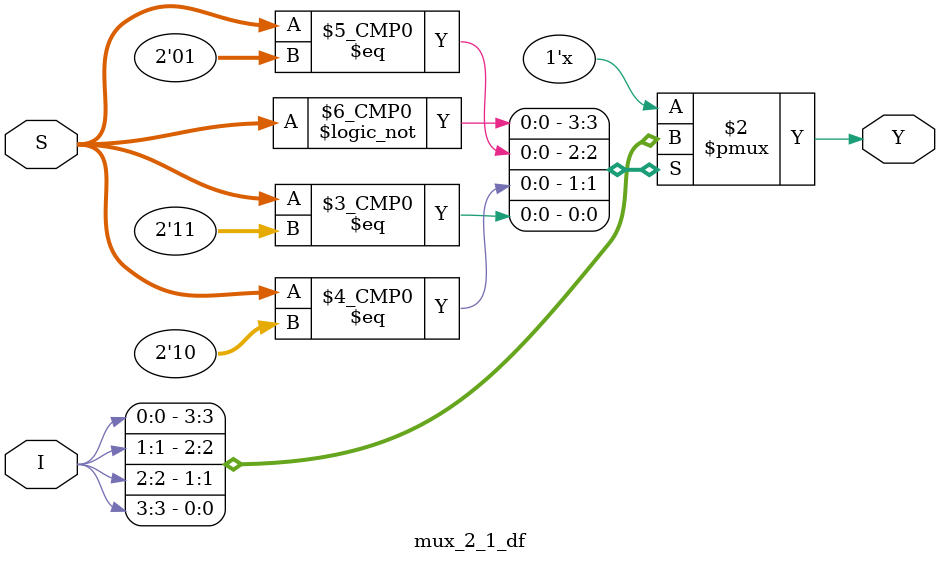
<source format=v>
/**************************************************
P1.1 4:1 MULTIPLEXER BEHAVIORAL
************************************************/

module mux_2_1_df(Y,I,S);

	input [3:0]I;
	input [1:0]S;
	output reg Y;

	always@(*)
	case(S)
		2'd0: Y=I[0];
		2'd1: Y=I[1];
		2'd2: Y=I[2];
		2'd3: Y=I[3];
		default:$display("error");
	endcase

endmodule
</source>
